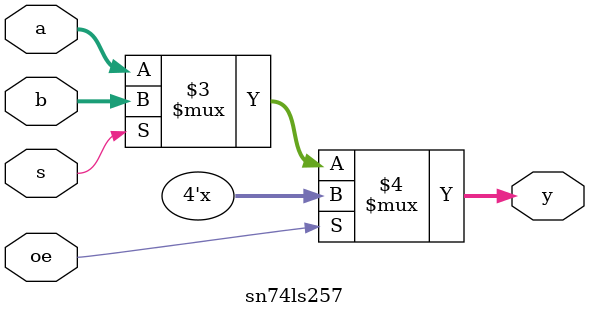
<source format=v>
module sn74ls257(y, a, b, s, oe);
input [3:0] a, b;
input s, oe;
output [3:0] y;
wire [1:0] so;

parameter
	// TI TTL data book Vol 1, 1985
	tPLH_min=0, tPLH_typ=30, tPLH_max=45, // worst case
	tPHL_min=0, tPHL_typ=21, tPHL_max=32,
	tZH_min=0,  tZH_typ=tPLH_typ-15,  tZH_max=tPLH_max-28, // worst case
	tZL_min=0,  tZL_typ=tPHL_typ-15,  tZL_max=tPHL_max-23;

	assign #(tPLH_min:tPLH_typ:tPLH_max, tPHL_min:tPHL_typ:tPHL_max)
		y = (oe==1'b1 ? 4'bzzzz : 
		     (s=='b0 ? a : b));

endmodule

</source>
